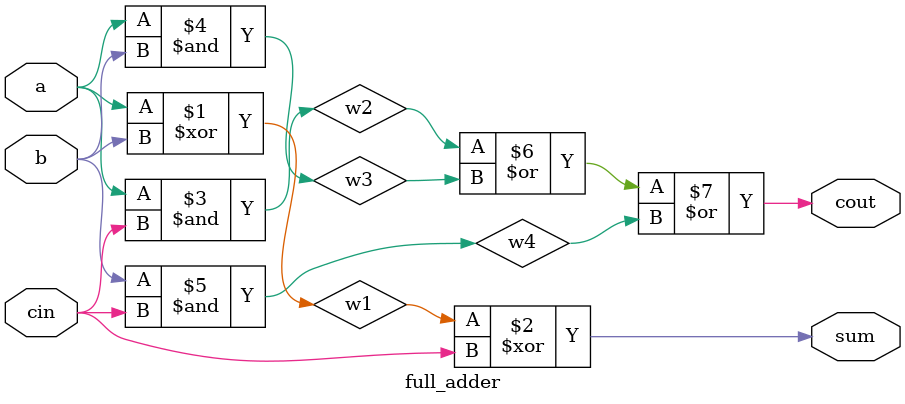
<source format=v>
module full_adder(a,b,cin,sum,cout);
	input a,b,cin;
	output sum,cout;
	
	wire w1,w2,w3,w4;
	
	xor xor1(w1,a,b);
	xor xor2(sum,w1,cin);
	
	and and1(w2, a, cin);
	and and2(w3, a,b);
	and and3(w4,b,cin);
	or or1(cout, w2, w3,w4);
endmodule

</source>
